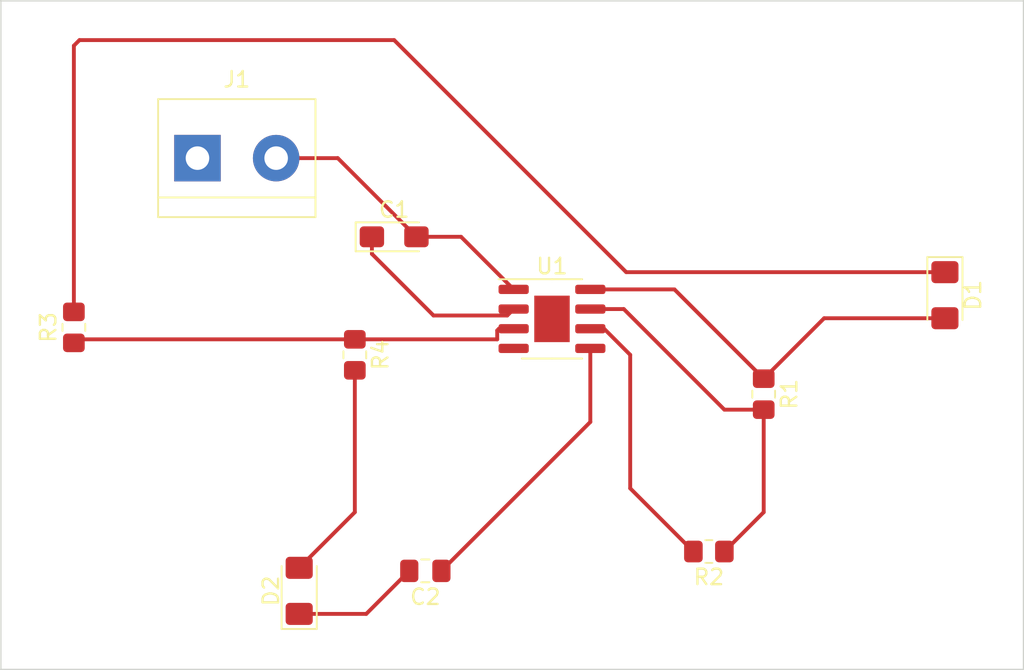
<source format=kicad_pcb>
(kicad_pcb (version 20211014) (generator pcbnew)
  (layers (0 "F.Cu" signal) (31 "B.Cu" signal) (34 "B.Paste" user) (35 "F.Paste" user) (36 "B.SilkS" user "B.Silkscreen") (37 "F.SilkS" user "F.Silkscreen") (38 "B.Mask" user) (39 "F.Mask" user) (44 "Edge.Cuts" user))
  (net 0 "")
  (net 1 "/pin_2")
  (net 2 "Earth")
  (net 3 "Net-(C2-Pad1)")
  (net 4 "Net-(D1-Pad1)")
  (net 5 "Net-(D1-Pad2)")
  (net 6 "Net-(D2-Pad2)")
  (net 7 "+9V")
  (net 8 "/pin_7")
  (net 9 "/pin_3")
  (footprint "Resistor_SMD:R_0805_2012Metric_Pad1.20x1.40mm_HandSolder" (layer "F.Cu") (at 137.16 93.98 -90)
    (fp_text reference "R4" (at 0 -1.65 90) (layer "F.SilkS"))
    (fp_text value "1k")
    (fp_line (start -0.227064 0.735) (end 0.227064 0.735) (layer "F.SilkS") (width 0.12))
    (fp_line (start -0.227064 -0.735) (end 0.227064 -0.735) (layer "F.SilkS") (width 0.12))
    (pad "1" smd roundrect (at -1 0 270) (size 1.2 1.4) (layers "F.Cu" "F.Paste" "F.Mask") (roundrect_rratio 0.208333) (net 9 "/pin_3"))
    (pad "2" smd roundrect (at 1 0 270) (size 1.2 1.4) (layers "F.Cu" "F.Paste" "F.Mask") (roundrect_rratio 0.208333) (net 6 "Net-(D2-Pad2)"))
  )
  (footprint "LED_SMD:LED_1206_3216Metric_Pad1.42x1.75mm_HandSolder" (layer "F.Cu") (at 175.26 90.13 -90)
    (fp_text reference "D1" (at 0 -1.82 90) (layer "F.SilkS"))
    (fp_text value "LED")
    (fp_line (start -2.46 1.135) (end 1.6 1.135) (layer "F.SilkS") (width 0.12))
    (fp_line (start -2.46 -1.135) (end -2.46 1.135) (layer "F.SilkS") (width 0.12))
    (fp_line (start 1.6 -1.135) (end -2.46 -1.135) (layer "F.SilkS") (width 0.12))
    (pad "1" smd roundrect (at -1.4875 0 270) (size 1.425 1.75) (layers "F.Cu" "F.Paste" "F.Mask") (roundrect_rratio 0.175439) (net 4 "Net-(D1-Pad1)"))
    (pad "2" smd roundrect (at 1.4875 0 270) (size 1.425 1.75) (layers "F.Cu" "F.Paste" "F.Mask") (roundrect_rratio 0.175439) (net 5 "Net-(D1-Pad2)"))
  )
  (footprint "LED_SMD:LED_1206_3216Metric_Pad1.42x1.75mm_HandSolder" (layer "F.Cu") (at 133.5675 109.22 90)
    (fp_text reference "D2" (at 0 -1.82 90) (layer "F.SilkS"))
    (fp_text value "LED")
    (fp_line (start 1.6 -1.135) (end -2.46 -1.135) (layer "F.SilkS") (width 0.12))
    (fp_line (start -2.46 -1.135) (end -2.46 1.135) (layer "F.SilkS") (width 0.12))
    (fp_line (start -2.46 1.135) (end 1.6 1.135) (layer "F.SilkS") (width 0.12))
    (pad "1" smd roundrect (at -1.4875 0 90) (size 1.425 1.75) (layers "F.Cu" "F.Paste" "F.Mask") (roundrect_rratio 0.175439) (net 2 "Earth"))
    (pad "2" smd roundrect (at 1.4875 0 90) (size 1.425 1.75) (layers "F.Cu" "F.Paste" "F.Mask") (roundrect_rratio 0.175439) (net 6 "Net-(D2-Pad2)"))
  )
  (footprint "TerminalBlock:TerminalBlock_bornier-2_P5.08mm" (layer "F.Cu") (at 127 81.28)
    (fp_text reference "J1" (at 2.54 -5.08) (layer "F.SilkS"))
    (fp_text value "Conn_01x02_Male")
    (fp_line (start 7.62 -3.81) (end -2.54 -3.81) (layer "F.SilkS") (width 0.12))
    (fp_line (start 7.62 2.54) (end -2.54 2.54) (layer "F.SilkS") (width 0.12))
    (fp_line (start -2.54 3.81) (end 7.62 3.81) (layer "F.SilkS") (width 0.12))
    (fp_line (start 7.62 3.81) (end 7.62 -3.81) (layer "F.SilkS") (width 0.12))
    (fp_line (start -2.54 -3.81) (end -2.54 3.81) (layer "F.SilkS") (width 0.12))
    (pad "1" thru_hole rect (at 0 0) (size 3 3) (drill 1.52) (layers *.Cu *.Mask) (net 7 "+9V"))
    (pad "2" thru_hole circle (at 5.08 0) (size 3 3) (drill 1.52) (layers *.Cu *.Mask) (net 2 "Earth"))
  )
  (footprint "Resistor_SMD:R_0805_2012Metric_Pad1.20x1.40mm_HandSolder" (layer "F.Cu") (at 160.02 106.68 180)
    (fp_text reference "R2" (at 0 -1.65) (layer "F.SilkS"))
    (fp_text value "10k")
    (fp_line (start -0.227064 -0.735) (end 0.227064 -0.735) (layer "F.SilkS") (width 0.12))
    (fp_line (start -0.227064 0.735) (end 0.227064 0.735) (layer "F.SilkS") (width 0.12))
    (pad "1" smd roundrect (at -1 0 180) (size 1.2 1.4) (layers "F.Cu" "F.Paste" "F.Mask") (roundrect_rratio 0.208333) (net 8 "/pin_7"))
    (pad "2" smd roundrect (at 1 0 180) (size 1.2 1.4) (layers "F.Cu" "F.Paste" "F.Mask") (roundrect_rratio 0.208333) (net 1 "/pin_2"))
  )
  (footprint "Resistor_SMD:R_0805_2012Metric_Pad1.20x1.40mm_HandSolder" (layer "F.Cu") (at 163.56 96.52 -90)
    (fp_text reference "R1" (at 0 -1.65 90) (layer "F.SilkS"))
    (fp_text value "1k")
    (fp_line (start -0.227064 -0.735) (end 0.227064 -0.735) (layer "F.SilkS") (width 0.12))
    (fp_line (start -0.227064 0.735) (end 0.227064 0.735) (layer "F.SilkS") (width 0.12))
    (pad "1" smd roundrect (at -1 0 270) (size 1.2 1.4) (layers "F.Cu" "F.Paste" "F.Mask") (roundrect_rratio 0.208333) (net 5 "Net-(D1-Pad2)"))
    (pad "2" smd roundrect (at 1 0 270) (size 1.2 1.4) (layers "F.Cu" "F.Paste" "F.Mask") (roundrect_rratio 0.208333) (net 8 "/pin_7"))
  )
  (footprint "Resistor_SMD:R_0805_2012Metric_Pad1.20x1.40mm_HandSolder" (layer "F.Cu") (at 119.02 92.207064 90)
    (fp_text reference "R3" (at 0 -1.65 90) (layer "F.SilkS"))
    (fp_text value "1k")
    (fp_line (start -0.227064 0.735) (end 0.227064 0.735) (layer "F.SilkS") (width 0.12))
    (fp_line (start -0.227064 -0.735) (end 0.227064 -0.735) (layer "F.SilkS") (width 0.12))
    (pad "1" smd roundrect (at -1 0 90) (size 1.2 1.4) (layers "F.Cu" "F.Paste" "F.Mask") (roundrect_rratio 0.208333) (net 9 "/pin_3"))
    (pad "2" smd roundrect (at 1 0 90) (size 1.2 1.4) (layers "F.Cu" "F.Paste" "F.Mask") (roundrect_rratio 0.208333) (net 4 "Net-(D1-Pad1)"))
  )
  (footprint "Capacitor_Tantalum_SMD:CP_EIA-3216-18_Kemet-A_Pad1.58x1.35mm_HandSolder" (layer "F.Cu") (at 139.7 86.36)
    (fp_text reference "C1" (at 0 -1.75) (layer "F.SilkS"))
    (fp_text value "10uF")
    (fp_line (start -2.485 0.935) (end 1.6 0.935) (layer "F.SilkS") (width 0.12))
    (fp_line (start 1.6 -0.935) (end -2.485 -0.935) (layer "F.SilkS") (width 0.12))
    (fp_line (start -2.485 -0.935) (end -2.485 0.935) (layer "F.SilkS") (width 0.12))
    (pad "1" smd roundrect (at -1.4375 0) (size 1.575 1.35) (layers "F.Cu" "F.Paste" "F.Mask") (roundrect_rratio 0.185185) (net 1 "/pin_2"))
    (pad "2" smd roundrect (at 1.4375 0) (size 1.575 1.35) (layers "F.Cu" "F.Paste" "F.Mask") (roundrect_rratio 0.185185) (net 2 "Earth"))
  )
  (footprint "Capacitor_SMD:C_0805_2012Metric_Pad1.18x1.45mm_HandSolder" (layer "F.Cu") (at 141.7125 107.93 180)
    (fp_text reference "C2" (at 0 -1.68) (layer "F.SilkS"))
    (fp_text value "0.01uF")
    (fp_line (start -0.261252 0.735) (end 0.261252 0.735) (layer "F.SilkS") (width 0.12))
    (fp_line (start -0.261252 -0.735) (end 0.261252 -0.735) (layer "F.SilkS") (width 0.12))
    (pad "1" smd roundrect (at -1.0375 0 180) (size 1.175 1.45) (layers "F.Cu" "F.Paste" "F.Mask") (roundrect_rratio 0.212766) (net 3 "Net-(C2-Pad1)"))
    (pad "2" smd roundrect (at 1.0375 0 180) (size 1.175 1.45) (layers "F.Cu" "F.Paste" "F.Mask") (roundrect_rratio 0.212766) (net 2 "Earth"))
  )
  (footprint "Package_SO:SOIC-8-1EP_3.9x4.9mm_P1.27mm_EP2.29x3mm" (layer "F.Cu") (at 149.89 91.66)
    (fp_text reference "U1" (at 0 -3.4) (layer "F.SilkS"))
    (fp_text value "NE555D")
    (fp_line (start 0 2.56) (end -1.95 2.56) (layer "F.SilkS") (width 0.12))
    (fp_line (start 0 2.56) (end 1.95 2.56) (layer "F.SilkS") (width 0.12))
    (fp_line (start 0 -2.56) (end -3.45 -2.56) (layer "F.SilkS") (width 0.12))
    (fp_line (start 0 -2.56) (end 1.95 -2.56) (layer "F.SilkS") (width 0.12))
    (pad "1" smd roundrect (at -2.475 -1.905) (size 1.95 0.6) (layers "F.Cu" "F.Paste" "F.Mask") (net 2 "Earth"))
    (pad "2" smd roundrect (at -2.475 -0.635) (size 1.95 0.6) (layers "F.Cu" "F.Paste" "F.Mask") (net 1 "/pin_2"))
    (pad "3" smd roundrect (at -2.475 0.635) (size 1.95 0.6) (layers "F.Cu" "F.Paste" "F.Mask") (net 9 "/pin_3"))
    (pad "4" smd roundrect (at -2.475 1.905) (size 1.95 0.6) (layers "F.Cu" "F.Paste" "F.Mask") (net 5 "Net-(D1-Pad2)"))
    (pad "5" smd roundrect (at 2.475 1.905) (size 1.95 0.6) (layers "F.Cu" "F.Paste" "F.Mask") (net 3 "Net-(C2-Pad1)"))
    (pad "6" smd roundrect (at 2.475 0.635) (size 1.95 0.6) (layers "F.Cu" "F.Paste" "F.Mask") (net 1 "/pin_2"))
    (pad "7" smd roundrect (at 2.475 -0.635) (size 1.95 0.6) (layers "F.Cu" "F.Paste" "F.Mask") (net 8 "/pin_7"))
    (pad "8" smd roundrect (at 2.475 -1.905) (size 1.95 0.6) (layers "F.Cu" "F.Paste" "F.Mask") (net 5 "Net-(D1-Pad2)"))
    (pad "9" smd rect (at 0 0) (size 2.29 3) (layers "F.Cu" "F.Mask"))
  )
  (gr_rect (start 114.3 71.12) (end 180.34 114.3) (layer "Edge.Cuts") (width 0.1) (fill none))
  (segment (start 147 91.44) (end 147.415 91.025) (width 0.25) (layer "F.Cu") (net 1))
  (segment (start 138.2625 86.36) (end 138.2625 87.4625) (width 0.25) (layer "F.Cu") (net 1))
  (segment (start 153.255 92.295) (end 152.365 92.295) (width 0.25) (layer "F.Cu") (net 1))
  (segment (start 154.94 93.98) (end 153.255 92.295) (width 0.25) (layer "F.Cu") (net 1))
  (segment (start 142.24 91.44) (end 147 91.44) (width 0.25) (layer "F.Cu") (net 1))
  (segment (start 138.2625 87.4625) (end 142.24 91.44) (width 0.25) (layer "F.Cu") (net 1))
  (segment (start 154.94 102.6) (end 154.94 93.98) (width 0.25) (layer "F.Cu") (net 1))
  (segment (start 159.02 106.68) (end 154.94 102.6) (width 0.25) (layer "F.Cu") (net 1))
  (segment (start 132.08 81.28) (end 136.0575 81.28) (width 0.25) (layer "F.Cu") (net 2))
  (segment (start 133.5675 110.7075) (end 137.8975 110.7075) (width 0.25) (layer "F.Cu") (net 2))
  (segment (start 137.8975 110.7075) (end 140.675 107.93) (width 0.25) (layer "F.Cu") (net 2))
  (segment (start 141.1375 86.36) (end 144.02 86.36) (width 0.25) (layer "F.Cu") (net 2))
  (segment (start 144.02 86.36) (end 147.415 89.755) (width 0.25) (layer "F.Cu") (net 2))
  (segment (start 136.0575 81.28) (end 141.1375 86.36) (width 0.25) (layer "F.Cu") (net 2))
  (segment (start 142.75 107.93) (end 152.365 98.315) (width 0.25) (layer "F.Cu") (net 3))
  (segment (start 152.365 98.315) (end 152.365 93.565) (width 0.25) (layer "F.Cu") (net 3))
  (segment (start 119.02 74.02) (end 119.02 91.207064) (width 0.25) (layer "F.Cu") (net 4))
  (segment (start 154.6825 88.6425) (end 139.7 73.66) (width 0.25) (layer "F.Cu") (net 4))
  (segment (start 119.38 73.66) (end 119.02 74.02) (width 0.25) (layer "F.Cu") (net 4))
  (segment (start 175.26 88.6425) (end 154.6825 88.6425) (width 0.25) (layer "F.Cu") (net 4))
  (segment (start 139.7 73.66) (end 119.38 73.66) (width 0.25) (layer "F.Cu") (net 4))
  (segment (start 163.56 95.52) (end 157.795 89.755) (width 0.25) (layer "F.Cu") (net 5))
  (segment (start 167.4625 91.6175) (end 175.26 91.6175) (width 0.25) (layer "F.Cu") (net 5))
  (segment (start 163.56 95.52) (end 167.4625 91.6175) (width 0.25) (layer "F.Cu") (net 5))
  (segment (start 157.795 89.755) (end 152.365 89.755) (width 0.25) (layer "F.Cu") (net 5))
  (segment (start 133.5675 107.7325) (end 137.16 104.14) (width 0.25) (layer "F.Cu") (net 6))
  (segment (start 137.16 104.14) (end 137.16 94.98) (width 0.25) (layer "F.Cu") (net 6))
  (segment (start 163.56 97.52) (end 161.02 97.52) (width 0.25) (layer "F.Cu") (net 8))
  (segment (start 161.02 97.52) (end 154.525 91.025) (width 0.25) (layer "F.Cu") (net 8))
  (segment (start 154.525 91.025) (end 152.365 91.025) (width 0.25) (layer "F.Cu") (net 8))
  (segment (start 163.56 104.14) (end 163.56 97.52) (width 0.25) (layer "F.Cu") (net 8))
  (segment (start 161.02 106.68) (end 163.56 104.14) (width 0.25) (layer "F.Cu") (net 8))
  (segment (start 119.02 93.207064) (end 119.247064 92.98) (width 0.25) (layer "F.Cu") (net 9))
  (segment (start 137.16 92.98) (end 146.353249 92.98) (width 0.25) (layer "F.Cu") (net 9))
  (segment (start 146.353249 92.406751) (end 146.465 92.295) (width 0.25) (layer "F.Cu") (net 9))
  (segment (start 146.465 92.295) (end 147.415 92.295) (width 0.25) (layer "F.Cu") (net 9))
  (segment (start 146.353249 92.98) (end 146.353249 92.406751) (width 0.25) (layer "F.Cu") (net 9))
  (segment (start 119.247064 92.98) (end 137.16 92.98) (width 0.25) (layer "F.Cu") (net 9))
)
</source>
